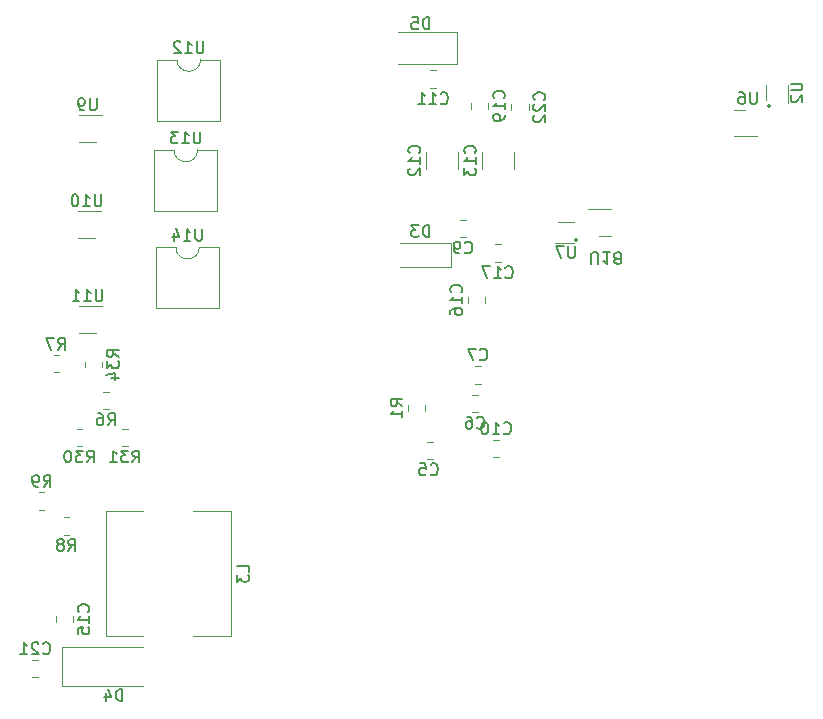
<source format=gbr>
%TF.GenerationSoftware,KiCad,Pcbnew,(6.0.2)*%
%TF.CreationDate,2022-04-11T01:59:28-07:00*%
%TF.ProjectId,schematic,73636865-6d61-4746-9963-2e6b69636164,rev?*%
%TF.SameCoordinates,Original*%
%TF.FileFunction,Legend,Bot*%
%TF.FilePolarity,Positive*%
%FSLAX46Y46*%
G04 Gerber Fmt 4.6, Leading zero omitted, Abs format (unit mm)*
G04 Created by KiCad (PCBNEW (6.0.2)) date 2022-04-11 01:59:28*
%MOMM*%
%LPD*%
G01*
G04 APERTURE LIST*
%ADD10C,0.150000*%
%ADD11C,0.120000*%
%ADD12C,0.300000*%
G04 APERTURE END LIST*
D10*
%TO.C,U6*%
X163017104Y-53173380D02*
X163017104Y-53982904D01*
X162969485Y-54078142D01*
X162921866Y-54125761D01*
X162826628Y-54173380D01*
X162636152Y-54173380D01*
X162540914Y-54125761D01*
X162493295Y-54078142D01*
X162445676Y-53982904D01*
X162445676Y-53173380D01*
X161540914Y-53173380D02*
X161731390Y-53173380D01*
X161826628Y-53221000D01*
X161874247Y-53268619D01*
X161969485Y-53411476D01*
X162017104Y-53601952D01*
X162017104Y-53982904D01*
X161969485Y-54078142D01*
X161921866Y-54125761D01*
X161826628Y-54173380D01*
X161636152Y-54173380D01*
X161540914Y-54125761D01*
X161493295Y-54078142D01*
X161445676Y-53982904D01*
X161445676Y-53744809D01*
X161493295Y-53649571D01*
X161540914Y-53601952D01*
X161636152Y-53554333D01*
X161826628Y-53554333D01*
X161921866Y-53601952D01*
X161969485Y-53649571D01*
X162017104Y-53744809D01*
%TO.C,U2*%
X165871380Y-52451095D02*
X166680904Y-52451095D01*
X166776142Y-52498714D01*
X166823761Y-52546333D01*
X166871380Y-52641571D01*
X166871380Y-52832047D01*
X166823761Y-52927285D01*
X166776142Y-52974904D01*
X166680904Y-53022523D01*
X165871380Y-53022523D01*
X165966619Y-53451095D02*
X165919000Y-53498714D01*
X165871380Y-53593952D01*
X165871380Y-53832047D01*
X165919000Y-53927285D01*
X165966619Y-53974904D01*
X166061857Y-54022523D01*
X166157095Y-54022523D01*
X166299952Y-53974904D01*
X166871380Y-53403476D01*
X166871380Y-54022523D01*
%TO.C,U7*%
X147610504Y-66209780D02*
X147610504Y-67019304D01*
X147562885Y-67114542D01*
X147515266Y-67162161D01*
X147420028Y-67209780D01*
X147229552Y-67209780D01*
X147134314Y-67162161D01*
X147086695Y-67114542D01*
X147039076Y-67019304D01*
X147039076Y-66209780D01*
X146658123Y-66209780D02*
X145991457Y-66209780D01*
X146420028Y-67209780D01*
%TO.C,D5*%
X135284095Y-47860380D02*
X135284095Y-46860380D01*
X135046000Y-46860380D01*
X134903142Y-46908000D01*
X134807904Y-47003238D01*
X134760285Y-47098476D01*
X134712666Y-47288952D01*
X134712666Y-47431809D01*
X134760285Y-47622285D01*
X134807904Y-47717523D01*
X134903142Y-47812761D01*
X135046000Y-47860380D01*
X135284095Y-47860380D01*
X133807904Y-46860380D02*
X134284095Y-46860380D01*
X134331714Y-47336571D01*
X134284095Y-47288952D01*
X134188857Y-47241333D01*
X133950761Y-47241333D01*
X133855523Y-47288952D01*
X133807904Y-47336571D01*
X133760285Y-47431809D01*
X133760285Y-47669904D01*
X133807904Y-47765142D01*
X133855523Y-47812761D01*
X133950761Y-47860380D01*
X134188857Y-47860380D01*
X134284095Y-47812761D01*
X134331714Y-47765142D01*
%TO.C,R34*%
X108979180Y-75592542D02*
X108502990Y-75259209D01*
X108979180Y-75021114D02*
X107979180Y-75021114D01*
X107979180Y-75402066D01*
X108026800Y-75497304D01*
X108074419Y-75544923D01*
X108169657Y-75592542D01*
X108312514Y-75592542D01*
X108407752Y-75544923D01*
X108455371Y-75497304D01*
X108502990Y-75402066D01*
X108502990Y-75021114D01*
X107979180Y-75925876D02*
X107979180Y-76544923D01*
X108360133Y-76211590D01*
X108360133Y-76354447D01*
X108407752Y-76449685D01*
X108455371Y-76497304D01*
X108550609Y-76544923D01*
X108788704Y-76544923D01*
X108883942Y-76497304D01*
X108931561Y-76449685D01*
X108979180Y-76354447D01*
X108979180Y-76068733D01*
X108931561Y-75973495D01*
X108883942Y-75925876D01*
X108312514Y-77402066D02*
X108979180Y-77402066D01*
X107931561Y-77163971D02*
X108645847Y-76925876D01*
X108645847Y-77544923D01*
%TO.C,D4*%
X109297695Y-104730180D02*
X109297695Y-103730180D01*
X109059600Y-103730180D01*
X108916742Y-103777800D01*
X108821504Y-103873038D01*
X108773885Y-103968276D01*
X108726266Y-104158752D01*
X108726266Y-104301609D01*
X108773885Y-104492085D01*
X108821504Y-104587323D01*
X108916742Y-104682561D01*
X109059600Y-104730180D01*
X109297695Y-104730180D01*
X107869123Y-104063514D02*
X107869123Y-104730180D01*
X108107219Y-103682561D02*
X108345314Y-104396847D01*
X107726266Y-104396847D01*
%TO.C,D3*%
X135278095Y-65447380D02*
X135278095Y-64447380D01*
X135040000Y-64447380D01*
X134897142Y-64495000D01*
X134801904Y-64590238D01*
X134754285Y-64685476D01*
X134706666Y-64875952D01*
X134706666Y-65018809D01*
X134754285Y-65209285D01*
X134801904Y-65304523D01*
X134897142Y-65399761D01*
X135040000Y-65447380D01*
X135278095Y-65447380D01*
X134373333Y-64447380D02*
X133754285Y-64447380D01*
X134087619Y-64828333D01*
X133944761Y-64828333D01*
X133849523Y-64875952D01*
X133801904Y-64923571D01*
X133754285Y-65018809D01*
X133754285Y-65256904D01*
X133801904Y-65352142D01*
X133849523Y-65399761D01*
X133944761Y-65447380D01*
X134230476Y-65447380D01*
X134325714Y-65399761D01*
X134373333Y-65352142D01*
%TO.C,U14*%
X116055095Y-64748780D02*
X116055095Y-65558304D01*
X116007476Y-65653542D01*
X115959857Y-65701161D01*
X115864619Y-65748780D01*
X115674142Y-65748780D01*
X115578904Y-65701161D01*
X115531285Y-65653542D01*
X115483666Y-65558304D01*
X115483666Y-64748780D01*
X114483666Y-65748780D02*
X115055095Y-65748780D01*
X114769380Y-65748780D02*
X114769380Y-64748780D01*
X114864619Y-64891638D01*
X114959857Y-64986876D01*
X115055095Y-65034495D01*
X113626523Y-65082114D02*
X113626523Y-65748780D01*
X113864619Y-64701161D02*
X114102714Y-65415447D01*
X113483666Y-65415447D01*
%TO.C,R9*%
X102630266Y-86610180D02*
X102963600Y-86133990D01*
X103201695Y-86610180D02*
X103201695Y-85610180D01*
X102820742Y-85610180D01*
X102725504Y-85657800D01*
X102677885Y-85705419D01*
X102630266Y-85800657D01*
X102630266Y-85943514D01*
X102677885Y-86038752D01*
X102725504Y-86086371D01*
X102820742Y-86133990D01*
X103201695Y-86133990D01*
X102154076Y-86610180D02*
X101963600Y-86610180D01*
X101868361Y-86562561D01*
X101820742Y-86514942D01*
X101725504Y-86372085D01*
X101677885Y-86181609D01*
X101677885Y-85800657D01*
X101725504Y-85705419D01*
X101773123Y-85657800D01*
X101868361Y-85610180D01*
X102058838Y-85610180D01*
X102154076Y-85657800D01*
X102201695Y-85705419D01*
X102249314Y-85800657D01*
X102249314Y-86038752D01*
X102201695Y-86133990D01*
X102154076Y-86181609D01*
X102058838Y-86229228D01*
X101868361Y-86229228D01*
X101773123Y-86181609D01*
X101725504Y-86133990D01*
X101677885Y-86038752D01*
%TO.C,C17*%
X141728357Y-68844142D02*
X141775976Y-68891761D01*
X141918833Y-68939380D01*
X142014071Y-68939380D01*
X142156928Y-68891761D01*
X142252166Y-68796523D01*
X142299785Y-68701285D01*
X142347404Y-68510809D01*
X142347404Y-68367952D01*
X142299785Y-68177476D01*
X142252166Y-68082238D01*
X142156928Y-67987000D01*
X142014071Y-67939380D01*
X141918833Y-67939380D01*
X141775976Y-67987000D01*
X141728357Y-68034619D01*
X140775976Y-68939380D02*
X141347404Y-68939380D01*
X141061690Y-68939380D02*
X141061690Y-67939380D01*
X141156928Y-68082238D01*
X141252166Y-68177476D01*
X141347404Y-68225095D01*
X140442642Y-67939380D02*
X139775976Y-67939380D01*
X140204547Y-68939380D01*
%TO.C,C6*%
X139300166Y-81571142D02*
X139347785Y-81618761D01*
X139490642Y-81666380D01*
X139585880Y-81666380D01*
X139728738Y-81618761D01*
X139823976Y-81523523D01*
X139871595Y-81428285D01*
X139919214Y-81237809D01*
X139919214Y-81094952D01*
X139871595Y-80904476D01*
X139823976Y-80809238D01*
X139728738Y-80714000D01*
X139585880Y-80666380D01*
X139490642Y-80666380D01*
X139347785Y-80714000D01*
X139300166Y-80761619D01*
X138443023Y-80666380D02*
X138633500Y-80666380D01*
X138728738Y-80714000D01*
X138776357Y-80761619D01*
X138871595Y-80904476D01*
X138919214Y-81094952D01*
X138919214Y-81475904D01*
X138871595Y-81571142D01*
X138823976Y-81618761D01*
X138728738Y-81666380D01*
X138538261Y-81666380D01*
X138443023Y-81618761D01*
X138395404Y-81571142D01*
X138347785Y-81475904D01*
X138347785Y-81237809D01*
X138395404Y-81142571D01*
X138443023Y-81094952D01*
X138538261Y-81047333D01*
X138728738Y-81047333D01*
X138823976Y-81094952D01*
X138871595Y-81142571D01*
X138919214Y-81237809D01*
%TO.C,U18*%
X149002904Y-67730619D02*
X149002904Y-66921095D01*
X149050523Y-66825857D01*
X149098142Y-66778238D01*
X149193380Y-66730619D01*
X149383857Y-66730619D01*
X149479095Y-66778238D01*
X149526714Y-66825857D01*
X149574333Y-66921095D01*
X149574333Y-67730619D01*
X150574333Y-66730619D02*
X150002904Y-66730619D01*
X150288619Y-66730619D02*
X150288619Y-67730619D01*
X150193380Y-67587761D01*
X150098142Y-67492523D01*
X150002904Y-67444904D01*
X151145761Y-67302047D02*
X151050523Y-67349666D01*
X151002904Y-67397285D01*
X150955285Y-67492523D01*
X150955285Y-67540142D01*
X151002904Y-67635380D01*
X151050523Y-67683000D01*
X151145761Y-67730619D01*
X151336238Y-67730619D01*
X151431476Y-67683000D01*
X151479095Y-67635380D01*
X151526714Y-67540142D01*
X151526714Y-67492523D01*
X151479095Y-67397285D01*
X151431476Y-67349666D01*
X151336238Y-67302047D01*
X151145761Y-67302047D01*
X151050523Y-67254428D01*
X151002904Y-67206809D01*
X150955285Y-67111571D01*
X150955285Y-66921095D01*
X151002904Y-66825857D01*
X151050523Y-66778238D01*
X151145761Y-66730619D01*
X151336238Y-66730619D01*
X151431476Y-66778238D01*
X151479095Y-66825857D01*
X151526714Y-66921095D01*
X151526714Y-67111571D01*
X151479095Y-67206809D01*
X151431476Y-67254428D01*
X151336238Y-67302047D01*
%TO.C,C5*%
X135384666Y-85520142D02*
X135432285Y-85567761D01*
X135575142Y-85615380D01*
X135670380Y-85615380D01*
X135813238Y-85567761D01*
X135908476Y-85472523D01*
X135956095Y-85377285D01*
X136003714Y-85186809D01*
X136003714Y-85043952D01*
X135956095Y-84853476D01*
X135908476Y-84758238D01*
X135813238Y-84663000D01*
X135670380Y-84615380D01*
X135575142Y-84615380D01*
X135432285Y-84663000D01*
X135384666Y-84710619D01*
X134479904Y-84615380D02*
X134956095Y-84615380D01*
X135003714Y-85091571D01*
X134956095Y-85043952D01*
X134860857Y-84996333D01*
X134622761Y-84996333D01*
X134527523Y-85043952D01*
X134479904Y-85091571D01*
X134432285Y-85186809D01*
X134432285Y-85424904D01*
X134479904Y-85520142D01*
X134527523Y-85567761D01*
X134622761Y-85615380D01*
X134860857Y-85615380D01*
X134956095Y-85567761D01*
X135003714Y-85520142D01*
%TO.C,C15*%
X106405742Y-97172542D02*
X106453361Y-97124923D01*
X106500980Y-96982066D01*
X106500980Y-96886828D01*
X106453361Y-96743971D01*
X106358123Y-96648733D01*
X106262885Y-96601114D01*
X106072409Y-96553495D01*
X105929552Y-96553495D01*
X105739076Y-96601114D01*
X105643838Y-96648733D01*
X105548600Y-96743971D01*
X105500980Y-96886828D01*
X105500980Y-96982066D01*
X105548600Y-97124923D01*
X105596219Y-97172542D01*
X106500980Y-98124923D02*
X106500980Y-97553495D01*
X106500980Y-97839209D02*
X105500980Y-97839209D01*
X105643838Y-97743971D01*
X105739076Y-97648733D01*
X105786695Y-97553495D01*
X105500980Y-99029685D02*
X105500980Y-98553495D01*
X105977171Y-98505876D01*
X105929552Y-98553495D01*
X105881933Y-98648733D01*
X105881933Y-98886828D01*
X105929552Y-98982066D01*
X105977171Y-99029685D01*
X106072409Y-99077304D01*
X106310504Y-99077304D01*
X106405742Y-99029685D01*
X106453361Y-98982066D01*
X106500980Y-98886828D01*
X106500980Y-98648733D01*
X106453361Y-98553495D01*
X106405742Y-98505876D01*
%TO.C,C10*%
X141591357Y-82039942D02*
X141638976Y-82087561D01*
X141781833Y-82135180D01*
X141877071Y-82135180D01*
X142019928Y-82087561D01*
X142115166Y-81992323D01*
X142162785Y-81897085D01*
X142210404Y-81706609D01*
X142210404Y-81563752D01*
X142162785Y-81373276D01*
X142115166Y-81278038D01*
X142019928Y-81182800D01*
X141877071Y-81135180D01*
X141781833Y-81135180D01*
X141638976Y-81182800D01*
X141591357Y-81230419D01*
X140638976Y-82135180D02*
X141210404Y-82135180D01*
X140924690Y-82135180D02*
X140924690Y-81135180D01*
X141019928Y-81278038D01*
X141115166Y-81373276D01*
X141210404Y-81420895D01*
X140019928Y-81135180D02*
X139924690Y-81135180D01*
X139829452Y-81182800D01*
X139781833Y-81230419D01*
X139734214Y-81325657D01*
X139686595Y-81516133D01*
X139686595Y-81754228D01*
X139734214Y-81944704D01*
X139781833Y-82039942D01*
X139829452Y-82087561D01*
X139924690Y-82135180D01*
X140019928Y-82135180D01*
X140115166Y-82087561D01*
X140162785Y-82039942D01*
X140210404Y-81944704D01*
X140258023Y-81754228D01*
X140258023Y-81516133D01*
X140210404Y-81325657D01*
X140162785Y-81230419D01*
X140115166Y-81182800D01*
X140019928Y-81135180D01*
%TO.C,C19*%
X141577142Y-53696642D02*
X141624761Y-53649023D01*
X141672380Y-53506166D01*
X141672380Y-53410928D01*
X141624761Y-53268071D01*
X141529523Y-53172833D01*
X141434285Y-53125214D01*
X141243809Y-53077595D01*
X141100952Y-53077595D01*
X140910476Y-53125214D01*
X140815238Y-53172833D01*
X140720000Y-53268071D01*
X140672380Y-53410928D01*
X140672380Y-53506166D01*
X140720000Y-53649023D01*
X140767619Y-53696642D01*
X141672380Y-54649023D02*
X141672380Y-54077595D01*
X141672380Y-54363309D02*
X140672380Y-54363309D01*
X140815238Y-54268071D01*
X140910476Y-54172833D01*
X140958095Y-54077595D01*
X141672380Y-55125214D02*
X141672380Y-55315690D01*
X141624761Y-55410928D01*
X141577142Y-55458547D01*
X141434285Y-55553785D01*
X141243809Y-55601404D01*
X140862857Y-55601404D01*
X140767619Y-55553785D01*
X140720000Y-55506166D01*
X140672380Y-55410928D01*
X140672380Y-55220452D01*
X140720000Y-55125214D01*
X140767619Y-55077595D01*
X140862857Y-55029976D01*
X141100952Y-55029976D01*
X141196190Y-55077595D01*
X141243809Y-55125214D01*
X141291428Y-55220452D01*
X141291428Y-55410928D01*
X141243809Y-55506166D01*
X141196190Y-55553785D01*
X141100952Y-55601404D01*
%TO.C,U10*%
X107514495Y-61847580D02*
X107514495Y-62657104D01*
X107466876Y-62752342D01*
X107419257Y-62799961D01*
X107324019Y-62847580D01*
X107133542Y-62847580D01*
X107038304Y-62799961D01*
X106990685Y-62752342D01*
X106943066Y-62657104D01*
X106943066Y-61847580D01*
X105943066Y-62847580D02*
X106514495Y-62847580D01*
X106228780Y-62847580D02*
X106228780Y-61847580D01*
X106324019Y-61990438D01*
X106419257Y-62085676D01*
X106514495Y-62133295D01*
X105324019Y-61847580D02*
X105228780Y-61847580D01*
X105133542Y-61895200D01*
X105085923Y-61942819D01*
X105038304Y-62038057D01*
X104990685Y-62228533D01*
X104990685Y-62466628D01*
X105038304Y-62657104D01*
X105085923Y-62752342D01*
X105133542Y-62799961D01*
X105228780Y-62847580D01*
X105324019Y-62847580D01*
X105419257Y-62799961D01*
X105466876Y-62752342D01*
X105514495Y-62657104D01*
X105562114Y-62466628D01*
X105562114Y-62228533D01*
X105514495Y-62038057D01*
X105466876Y-61942819D01*
X105419257Y-61895200D01*
X105324019Y-61847580D01*
%TO.C,U11*%
X107597695Y-69873980D02*
X107597695Y-70683504D01*
X107550076Y-70778742D01*
X107502457Y-70826361D01*
X107407219Y-70873980D01*
X107216742Y-70873980D01*
X107121504Y-70826361D01*
X107073885Y-70778742D01*
X107026266Y-70683504D01*
X107026266Y-69873980D01*
X106026266Y-70873980D02*
X106597695Y-70873980D01*
X106311980Y-70873980D02*
X106311980Y-69873980D01*
X106407219Y-70016838D01*
X106502457Y-70112076D01*
X106597695Y-70159695D01*
X105073885Y-70873980D02*
X105645314Y-70873980D01*
X105359600Y-70873980D02*
X105359600Y-69873980D01*
X105454838Y-70016838D01*
X105550076Y-70112076D01*
X105645314Y-70159695D01*
%TO.C,C11*%
X136245857Y-54112142D02*
X136293476Y-54159761D01*
X136436333Y-54207380D01*
X136531571Y-54207380D01*
X136674428Y-54159761D01*
X136769666Y-54064523D01*
X136817285Y-53969285D01*
X136864904Y-53778809D01*
X136864904Y-53635952D01*
X136817285Y-53445476D01*
X136769666Y-53350238D01*
X136674428Y-53255000D01*
X136531571Y-53207380D01*
X136436333Y-53207380D01*
X136293476Y-53255000D01*
X136245857Y-53302619D01*
X135293476Y-54207380D02*
X135864904Y-54207380D01*
X135579190Y-54207380D02*
X135579190Y-53207380D01*
X135674428Y-53350238D01*
X135769666Y-53445476D01*
X135864904Y-53493095D01*
X134341095Y-54207380D02*
X134912523Y-54207380D01*
X134626809Y-54207380D02*
X134626809Y-53207380D01*
X134722047Y-53350238D01*
X134817285Y-53445476D01*
X134912523Y-53493095D01*
%TO.C,R8*%
X104713066Y-92018380D02*
X105046400Y-91542190D01*
X105284495Y-92018380D02*
X105284495Y-91018380D01*
X104903542Y-91018380D01*
X104808304Y-91066000D01*
X104760685Y-91113619D01*
X104713066Y-91208857D01*
X104713066Y-91351714D01*
X104760685Y-91446952D01*
X104808304Y-91494571D01*
X104903542Y-91542190D01*
X105284495Y-91542190D01*
X104141638Y-91446952D02*
X104236876Y-91399333D01*
X104284495Y-91351714D01*
X104332114Y-91256476D01*
X104332114Y-91208857D01*
X104284495Y-91113619D01*
X104236876Y-91066000D01*
X104141638Y-91018380D01*
X103951161Y-91018380D01*
X103855923Y-91066000D01*
X103808304Y-91113619D01*
X103760685Y-91208857D01*
X103760685Y-91256476D01*
X103808304Y-91351714D01*
X103855923Y-91399333D01*
X103951161Y-91446952D01*
X104141638Y-91446952D01*
X104236876Y-91494571D01*
X104284495Y-91542190D01*
X104332114Y-91637428D01*
X104332114Y-91827904D01*
X104284495Y-91923142D01*
X104236876Y-91970761D01*
X104141638Y-92018380D01*
X103951161Y-92018380D01*
X103855923Y-91970761D01*
X103808304Y-91923142D01*
X103760685Y-91827904D01*
X103760685Y-91637428D01*
X103808304Y-91542190D01*
X103855923Y-91494571D01*
X103951161Y-91446952D01*
%TO.C,R7*%
X103859066Y-74977580D02*
X104192400Y-74501390D01*
X104430495Y-74977580D02*
X104430495Y-73977580D01*
X104049542Y-73977580D01*
X103954304Y-74025200D01*
X103906685Y-74072819D01*
X103859066Y-74168057D01*
X103859066Y-74310914D01*
X103906685Y-74406152D01*
X103954304Y-74453771D01*
X104049542Y-74501390D01*
X104430495Y-74501390D01*
X103525733Y-73977580D02*
X102859066Y-73977580D01*
X103287638Y-74977580D01*
%TO.C,C9*%
X138284166Y-66746142D02*
X138331785Y-66793761D01*
X138474642Y-66841380D01*
X138569880Y-66841380D01*
X138712738Y-66793761D01*
X138807976Y-66698523D01*
X138855595Y-66603285D01*
X138903214Y-66412809D01*
X138903214Y-66269952D01*
X138855595Y-66079476D01*
X138807976Y-65984238D01*
X138712738Y-65889000D01*
X138569880Y-65841380D01*
X138474642Y-65841380D01*
X138331785Y-65889000D01*
X138284166Y-65936619D01*
X137807976Y-66841380D02*
X137617500Y-66841380D01*
X137522261Y-66793761D01*
X137474642Y-66746142D01*
X137379404Y-66603285D01*
X137331785Y-66412809D01*
X137331785Y-66031857D01*
X137379404Y-65936619D01*
X137427023Y-65889000D01*
X137522261Y-65841380D01*
X137712738Y-65841380D01*
X137807976Y-65889000D01*
X137855595Y-65936619D01*
X137903214Y-66031857D01*
X137903214Y-66269952D01*
X137855595Y-66365190D01*
X137807976Y-66412809D01*
X137712738Y-66460428D01*
X137522261Y-66460428D01*
X137427023Y-66412809D01*
X137379404Y-66365190D01*
X137331785Y-66269952D01*
%TO.C,C12*%
X134422142Y-58328642D02*
X134469761Y-58281023D01*
X134517380Y-58138166D01*
X134517380Y-58042928D01*
X134469761Y-57900071D01*
X134374523Y-57804833D01*
X134279285Y-57757214D01*
X134088809Y-57709595D01*
X133945952Y-57709595D01*
X133755476Y-57757214D01*
X133660238Y-57804833D01*
X133565000Y-57900071D01*
X133517380Y-58042928D01*
X133517380Y-58138166D01*
X133565000Y-58281023D01*
X133612619Y-58328642D01*
X134517380Y-59281023D02*
X134517380Y-58709595D01*
X134517380Y-58995309D02*
X133517380Y-58995309D01*
X133660238Y-58900071D01*
X133755476Y-58804833D01*
X133803095Y-58709595D01*
X133612619Y-59661976D02*
X133565000Y-59709595D01*
X133517380Y-59804833D01*
X133517380Y-60042928D01*
X133565000Y-60138166D01*
X133612619Y-60185785D01*
X133707857Y-60233404D01*
X133803095Y-60233404D01*
X133945952Y-60185785D01*
X134517380Y-59614357D01*
X134517380Y-60233404D01*
%TO.C,R1*%
X133004380Y-79773333D02*
X132528190Y-79440000D01*
X133004380Y-79201904D02*
X132004380Y-79201904D01*
X132004380Y-79582857D01*
X132052000Y-79678095D01*
X132099619Y-79725714D01*
X132194857Y-79773333D01*
X132337714Y-79773333D01*
X132432952Y-79725714D01*
X132480571Y-79678095D01*
X132528190Y-79582857D01*
X132528190Y-79201904D01*
X133004380Y-80725714D02*
X133004380Y-80154285D01*
X133004380Y-80440000D02*
X132004380Y-80440000D01*
X132147238Y-80344761D01*
X132242476Y-80249523D01*
X132290095Y-80154285D01*
%TO.C,U9*%
X107105304Y-53704580D02*
X107105304Y-54514104D01*
X107057685Y-54609342D01*
X107010066Y-54656961D01*
X106914828Y-54704580D01*
X106724352Y-54704580D01*
X106629114Y-54656961D01*
X106581495Y-54609342D01*
X106533876Y-54514104D01*
X106533876Y-53704580D01*
X106010066Y-54704580D02*
X105819590Y-54704580D01*
X105724352Y-54656961D01*
X105676733Y-54609342D01*
X105581495Y-54466485D01*
X105533876Y-54276009D01*
X105533876Y-53895057D01*
X105581495Y-53799819D01*
X105629114Y-53752200D01*
X105724352Y-53704580D01*
X105914828Y-53704580D01*
X106010066Y-53752200D01*
X106057685Y-53799819D01*
X106105304Y-53895057D01*
X106105304Y-54133152D01*
X106057685Y-54228390D01*
X106010066Y-54276009D01*
X105914828Y-54323628D01*
X105724352Y-54323628D01*
X105629114Y-54276009D01*
X105581495Y-54228390D01*
X105533876Y-54133152D01*
%TO.C,C7*%
X139554166Y-75798142D02*
X139601785Y-75845761D01*
X139744642Y-75893380D01*
X139839880Y-75893380D01*
X139982738Y-75845761D01*
X140077976Y-75750523D01*
X140125595Y-75655285D01*
X140173214Y-75464809D01*
X140173214Y-75321952D01*
X140125595Y-75131476D01*
X140077976Y-75036238D01*
X139982738Y-74941000D01*
X139839880Y-74893380D01*
X139744642Y-74893380D01*
X139601785Y-74941000D01*
X139554166Y-74988619D01*
X139220833Y-74893380D02*
X138554166Y-74893380D01*
X138982738Y-75893380D01*
%TO.C,C22*%
X145006142Y-53823642D02*
X145053761Y-53776023D01*
X145101380Y-53633166D01*
X145101380Y-53537928D01*
X145053761Y-53395071D01*
X144958523Y-53299833D01*
X144863285Y-53252214D01*
X144672809Y-53204595D01*
X144529952Y-53204595D01*
X144339476Y-53252214D01*
X144244238Y-53299833D01*
X144149000Y-53395071D01*
X144101380Y-53537928D01*
X144101380Y-53633166D01*
X144149000Y-53776023D01*
X144196619Y-53823642D01*
X144196619Y-54204595D02*
X144149000Y-54252214D01*
X144101380Y-54347452D01*
X144101380Y-54585547D01*
X144149000Y-54680785D01*
X144196619Y-54728404D01*
X144291857Y-54776023D01*
X144387095Y-54776023D01*
X144529952Y-54728404D01*
X145101380Y-54156976D01*
X145101380Y-54776023D01*
X144196619Y-55156976D02*
X144149000Y-55204595D01*
X144101380Y-55299833D01*
X144101380Y-55537928D01*
X144149000Y-55633166D01*
X144196619Y-55680785D01*
X144291857Y-55728404D01*
X144387095Y-55728404D01*
X144529952Y-55680785D01*
X145101380Y-55109357D01*
X145101380Y-55728404D01*
%TO.C,C13*%
X139121142Y-58328642D02*
X139168761Y-58281023D01*
X139216380Y-58138166D01*
X139216380Y-58042928D01*
X139168761Y-57900071D01*
X139073523Y-57804833D01*
X138978285Y-57757214D01*
X138787809Y-57709595D01*
X138644952Y-57709595D01*
X138454476Y-57757214D01*
X138359238Y-57804833D01*
X138264000Y-57900071D01*
X138216380Y-58042928D01*
X138216380Y-58138166D01*
X138264000Y-58281023D01*
X138311619Y-58328642D01*
X139216380Y-59281023D02*
X139216380Y-58709595D01*
X139216380Y-58995309D02*
X138216380Y-58995309D01*
X138359238Y-58900071D01*
X138454476Y-58804833D01*
X138502095Y-58709595D01*
X138216380Y-59614357D02*
X138216380Y-60233404D01*
X138597333Y-59900071D01*
X138597333Y-60042928D01*
X138644952Y-60138166D01*
X138692571Y-60185785D01*
X138787809Y-60233404D01*
X139025904Y-60233404D01*
X139121142Y-60185785D01*
X139168761Y-60138166D01*
X139216380Y-60042928D01*
X139216380Y-59757214D01*
X139168761Y-59661976D01*
X139121142Y-59614357D01*
%TO.C,R30*%
X106291057Y-84525980D02*
X106624390Y-84049790D01*
X106862485Y-84525980D02*
X106862485Y-83525980D01*
X106481533Y-83525980D01*
X106386295Y-83573600D01*
X106338676Y-83621219D01*
X106291057Y-83716457D01*
X106291057Y-83859314D01*
X106338676Y-83954552D01*
X106386295Y-84002171D01*
X106481533Y-84049790D01*
X106862485Y-84049790D01*
X105957723Y-83525980D02*
X105338676Y-83525980D01*
X105672009Y-83906933D01*
X105529152Y-83906933D01*
X105433914Y-83954552D01*
X105386295Y-84002171D01*
X105338676Y-84097409D01*
X105338676Y-84335504D01*
X105386295Y-84430742D01*
X105433914Y-84478361D01*
X105529152Y-84525980D01*
X105814866Y-84525980D01*
X105910104Y-84478361D01*
X105957723Y-84430742D01*
X104719628Y-83525980D02*
X104624390Y-83525980D01*
X104529152Y-83573600D01*
X104481533Y-83621219D01*
X104433914Y-83716457D01*
X104386295Y-83906933D01*
X104386295Y-84145028D01*
X104433914Y-84335504D01*
X104481533Y-84430742D01*
X104529152Y-84478361D01*
X104624390Y-84525980D01*
X104719628Y-84525980D01*
X104814866Y-84478361D01*
X104862485Y-84430742D01*
X104910104Y-84335504D01*
X104957723Y-84145028D01*
X104957723Y-83906933D01*
X104910104Y-83716457D01*
X104862485Y-83621219D01*
X104814866Y-83573600D01*
X104719628Y-83525980D01*
%TO.C,C16*%
X137963142Y-70122642D02*
X138010761Y-70075023D01*
X138058380Y-69932166D01*
X138058380Y-69836928D01*
X138010761Y-69694071D01*
X137915523Y-69598833D01*
X137820285Y-69551214D01*
X137629809Y-69503595D01*
X137486952Y-69503595D01*
X137296476Y-69551214D01*
X137201238Y-69598833D01*
X137106000Y-69694071D01*
X137058380Y-69836928D01*
X137058380Y-69932166D01*
X137106000Y-70075023D01*
X137153619Y-70122642D01*
X138058380Y-71075023D02*
X138058380Y-70503595D01*
X138058380Y-70789309D02*
X137058380Y-70789309D01*
X137201238Y-70694071D01*
X137296476Y-70598833D01*
X137344095Y-70503595D01*
X137058380Y-71932166D02*
X137058380Y-71741690D01*
X137106000Y-71646452D01*
X137153619Y-71598833D01*
X137296476Y-71503595D01*
X137486952Y-71455976D01*
X137867904Y-71455976D01*
X137963142Y-71503595D01*
X138010761Y-71551214D01*
X138058380Y-71646452D01*
X138058380Y-71836928D01*
X138010761Y-71932166D01*
X137963142Y-71979785D01*
X137867904Y-72027404D01*
X137629809Y-72027404D01*
X137534571Y-71979785D01*
X137486952Y-71932166D01*
X137439333Y-71836928D01*
X137439333Y-71646452D01*
X137486952Y-71551214D01*
X137534571Y-71503595D01*
X137629809Y-71455976D01*
%TO.C,U12*%
X116156695Y-48873780D02*
X116156695Y-49683304D01*
X116109076Y-49778542D01*
X116061457Y-49826161D01*
X115966219Y-49873780D01*
X115775742Y-49873780D01*
X115680504Y-49826161D01*
X115632885Y-49778542D01*
X115585266Y-49683304D01*
X115585266Y-48873780D01*
X114585266Y-49873780D02*
X115156695Y-49873780D01*
X114870980Y-49873780D02*
X114870980Y-48873780D01*
X114966219Y-49016638D01*
X115061457Y-49111876D01*
X115156695Y-49159495D01*
X114204314Y-48969019D02*
X114156695Y-48921400D01*
X114061457Y-48873780D01*
X113823361Y-48873780D01*
X113728123Y-48921400D01*
X113680504Y-48969019D01*
X113632885Y-49064257D01*
X113632885Y-49159495D01*
X113680504Y-49302352D01*
X114251933Y-49873780D01*
X113632885Y-49873780D01*
%TO.C,U13*%
X115902695Y-56519180D02*
X115902695Y-57328704D01*
X115855076Y-57423942D01*
X115807457Y-57471561D01*
X115712219Y-57519180D01*
X115521742Y-57519180D01*
X115426504Y-57471561D01*
X115378885Y-57423942D01*
X115331266Y-57328704D01*
X115331266Y-56519180D01*
X114331266Y-57519180D02*
X114902695Y-57519180D01*
X114616980Y-57519180D02*
X114616980Y-56519180D01*
X114712219Y-56662038D01*
X114807457Y-56757276D01*
X114902695Y-56804895D01*
X113997933Y-56519180D02*
X113378885Y-56519180D01*
X113712219Y-56900133D01*
X113569361Y-56900133D01*
X113474123Y-56947752D01*
X113426504Y-56995371D01*
X113378885Y-57090609D01*
X113378885Y-57328704D01*
X113426504Y-57423942D01*
X113474123Y-57471561D01*
X113569361Y-57519180D01*
X113855076Y-57519180D01*
X113950314Y-57471561D01*
X113997933Y-57423942D01*
%TO.C,C21*%
X102573057Y-100683542D02*
X102620676Y-100731161D01*
X102763533Y-100778780D01*
X102858771Y-100778780D01*
X103001628Y-100731161D01*
X103096866Y-100635923D01*
X103144485Y-100540685D01*
X103192104Y-100350209D01*
X103192104Y-100207352D01*
X103144485Y-100016876D01*
X103096866Y-99921638D01*
X103001628Y-99826400D01*
X102858771Y-99778780D01*
X102763533Y-99778780D01*
X102620676Y-99826400D01*
X102573057Y-99874019D01*
X102192104Y-99874019D02*
X102144485Y-99826400D01*
X102049247Y-99778780D01*
X101811152Y-99778780D01*
X101715914Y-99826400D01*
X101668295Y-99874019D01*
X101620676Y-99969257D01*
X101620676Y-100064495D01*
X101668295Y-100207352D01*
X102239723Y-100778780D01*
X101620676Y-100778780D01*
X100668295Y-100778780D02*
X101239723Y-100778780D01*
X100954009Y-100778780D02*
X100954009Y-99778780D01*
X101049247Y-99921638D01*
X101144485Y-100016876D01*
X101239723Y-100064495D01*
%TO.C,L3*%
X119984780Y-93787933D02*
X119984780Y-93311742D01*
X118984780Y-93311742D01*
X118984780Y-94026028D02*
X118984780Y-94645076D01*
X119365733Y-94311742D01*
X119365733Y-94454600D01*
X119413352Y-94549838D01*
X119460971Y-94597457D01*
X119556209Y-94645076D01*
X119794304Y-94645076D01*
X119889542Y-94597457D01*
X119937161Y-94549838D01*
X119984780Y-94454600D01*
X119984780Y-94168885D01*
X119937161Y-94073647D01*
X119889542Y-94026028D01*
%TO.C,R6*%
X108075466Y-81376380D02*
X108408800Y-80900190D01*
X108646895Y-81376380D02*
X108646895Y-80376380D01*
X108265942Y-80376380D01*
X108170704Y-80424000D01*
X108123085Y-80471619D01*
X108075466Y-80566857D01*
X108075466Y-80709714D01*
X108123085Y-80804952D01*
X108170704Y-80852571D01*
X108265942Y-80900190D01*
X108646895Y-80900190D01*
X107218323Y-80376380D02*
X107408800Y-80376380D01*
X107504038Y-80424000D01*
X107551657Y-80471619D01*
X107646895Y-80614476D01*
X107694514Y-80804952D01*
X107694514Y-81185904D01*
X107646895Y-81281142D01*
X107599276Y-81328761D01*
X107504038Y-81376380D01*
X107313561Y-81376380D01*
X107218323Y-81328761D01*
X107170704Y-81281142D01*
X107123085Y-81185904D01*
X107123085Y-80947809D01*
X107170704Y-80852571D01*
X107218323Y-80804952D01*
X107313561Y-80757333D01*
X107504038Y-80757333D01*
X107599276Y-80804952D01*
X107646895Y-80852571D01*
X107694514Y-80947809D01*
%TO.C,R31*%
X110145257Y-84525980D02*
X110478590Y-84049790D01*
X110716685Y-84525980D02*
X110716685Y-83525980D01*
X110335733Y-83525980D01*
X110240495Y-83573600D01*
X110192876Y-83621219D01*
X110145257Y-83716457D01*
X110145257Y-83859314D01*
X110192876Y-83954552D01*
X110240495Y-84002171D01*
X110335733Y-84049790D01*
X110716685Y-84049790D01*
X109811923Y-83525980D02*
X109192876Y-83525980D01*
X109526209Y-83906933D01*
X109383352Y-83906933D01*
X109288114Y-83954552D01*
X109240495Y-84002171D01*
X109192876Y-84097409D01*
X109192876Y-84335504D01*
X109240495Y-84430742D01*
X109288114Y-84478361D01*
X109383352Y-84525980D01*
X109669066Y-84525980D01*
X109764304Y-84478361D01*
X109811923Y-84430742D01*
X108240495Y-84525980D02*
X108811923Y-84525980D01*
X108526209Y-84525980D02*
X108526209Y-83525980D01*
X108621447Y-83668838D01*
X108716685Y-83764076D01*
X108811923Y-83811695D01*
D11*
%TO.C,U6*%
X164055200Y-54367400D02*
X164055200Y-54342000D01*
X162051800Y-54675000D02*
X161051800Y-54675000D01*
D12*
X164055200Y-54342000D02*
X164055200Y-54342000D01*
D11*
X164055200Y-54342000D02*
X164055200Y-54367400D01*
X164055200Y-54392800D02*
X164055200Y-54342000D01*
X163051800Y-56895000D02*
X161051800Y-56895000D01*
%TO.C,U2*%
X165619000Y-54113000D02*
X165619000Y-52563000D01*
X163819000Y-52563000D02*
X163819000Y-53863000D01*
%TO.C,U7*%
X147498600Y-64157400D02*
X146198600Y-64157400D01*
X145948600Y-65957400D02*
X147498600Y-65957400D01*
%TO.C,D5*%
X137626000Y-50768000D02*
X132646000Y-50768000D01*
X137626000Y-48048000D02*
X132646000Y-48048000D01*
X137626000Y-48048000D02*
X137626000Y-50768000D01*
%TO.C,R34*%
X107611800Y-76462464D02*
X107611800Y-76008336D01*
X106141800Y-76462464D02*
X106141800Y-76008336D01*
%TO.C,D4*%
X104159600Y-100127800D02*
X111059600Y-100127800D01*
X104159600Y-103427800D02*
X111059600Y-103427800D01*
X104159600Y-103427800D02*
X104159600Y-100127800D01*
%TO.C,D3*%
X137090000Y-65995000D02*
X137090000Y-67995000D01*
X132790000Y-65995000D02*
X137090000Y-65995000D01*
X137090000Y-67995000D02*
X132790000Y-67995000D01*
%TO.C,U14*%
X112167000Y-71496400D02*
X112167000Y-66296400D01*
X115817000Y-66296400D02*
X117467000Y-66296400D01*
X117467000Y-71496400D02*
X112167000Y-71496400D01*
X112167000Y-66296400D02*
X113817000Y-66296400D01*
X117467000Y-66296400D02*
X117467000Y-71496400D01*
X113817000Y-66296400D02*
G75*
G03*
X115817000Y-66296400I1000000J0D01*
G01*
%TO.C,R9*%
X102690664Y-88542800D02*
X102236536Y-88542800D01*
X102690664Y-87072800D02*
X102236536Y-87072800D01*
%TO.C,C17*%
X140824248Y-67542000D02*
X141346752Y-67542000D01*
X140824248Y-66072000D02*
X141346752Y-66072000D01*
%TO.C,C6*%
X138872248Y-78799000D02*
X139394752Y-78799000D01*
X138872248Y-80269000D02*
X139394752Y-80269000D01*
%TO.C,U18*%
X149679000Y-65326000D02*
X150679000Y-65326000D01*
X148679000Y-63106000D02*
X150679000Y-63106000D01*
X147675600Y-65659000D02*
X147675600Y-65633600D01*
X147675600Y-65633600D02*
X147675600Y-65659000D01*
D12*
X147675600Y-65659000D02*
X147675600Y-65659000D01*
D11*
X147675600Y-65608200D02*
X147675600Y-65659000D01*
%TO.C,C5*%
X135584752Y-82777000D02*
X135062248Y-82777000D01*
X135584752Y-84247000D02*
X135062248Y-84247000D01*
%TO.C,C15*%
X105103600Y-98076652D02*
X105103600Y-97554148D01*
X103633600Y-98076652D02*
X103633600Y-97554148D01*
%TO.C,C10*%
X141209752Y-82627800D02*
X140687248Y-82627800D01*
X141209752Y-84097800D02*
X140687248Y-84097800D01*
%TO.C,C19*%
X140275000Y-54600752D02*
X140275000Y-54078248D01*
X138805000Y-54600752D02*
X138805000Y-54078248D01*
%TO.C,U10*%
X106976400Y-65555200D02*
X105576400Y-65555200D01*
X105576400Y-63235200D02*
X107476400Y-63235200D01*
%TO.C,U11*%
X105659600Y-71261600D02*
X107559600Y-71261600D01*
X107059600Y-73581600D02*
X105659600Y-73581600D01*
%TO.C,C11*%
X135341748Y-51340000D02*
X135864252Y-51340000D01*
X135341748Y-52810000D02*
X135864252Y-52810000D01*
%TO.C,R8*%
X104319336Y-90651000D02*
X104773464Y-90651000D01*
X104319336Y-89181000D02*
X104773464Y-89181000D01*
%TO.C,R7*%
X103919464Y-76910200D02*
X103465336Y-76910200D01*
X103919464Y-75440200D02*
X103465336Y-75440200D01*
%TO.C,C9*%
X137856248Y-65444000D02*
X138378752Y-65444000D01*
X137856248Y-63974000D02*
X138378752Y-63974000D01*
%TO.C,C12*%
X137725000Y-58260248D02*
X137725000Y-59682752D01*
X135005000Y-58260248D02*
X135005000Y-59682752D01*
%TO.C,R1*%
X134937000Y-79712936D02*
X134937000Y-80167064D01*
X133467000Y-79712936D02*
X133467000Y-80167064D01*
%TO.C,U9*%
X105643400Y-55092200D02*
X107543400Y-55092200D01*
X107043400Y-57412200D02*
X105643400Y-57412200D01*
%TO.C,C7*%
X139648752Y-77856000D02*
X139126248Y-77856000D01*
X139648752Y-76386000D02*
X139126248Y-76386000D01*
%TO.C,C22*%
X143704000Y-54727752D02*
X143704000Y-54205248D01*
X142234000Y-54727752D02*
X142234000Y-54205248D01*
%TO.C,C13*%
X139704000Y-58260248D02*
X139704000Y-59682752D01*
X142424000Y-58260248D02*
X142424000Y-59682752D01*
%TO.C,R30*%
X105421136Y-81688600D02*
X105875264Y-81688600D01*
X105421136Y-83158600D02*
X105875264Y-83158600D01*
%TO.C,C16*%
X138551000Y-70504248D02*
X138551000Y-71026752D01*
X140021000Y-70504248D02*
X140021000Y-71026752D01*
%TO.C,U12*%
X117568600Y-55621400D02*
X112268600Y-55621400D01*
X115918600Y-50421400D02*
X117568600Y-50421400D01*
X112268600Y-50421400D02*
X113918600Y-50421400D01*
X117568600Y-50421400D02*
X117568600Y-55621400D01*
X112268600Y-55621400D02*
X112268600Y-50421400D01*
X113918600Y-50421400D02*
G75*
G03*
X115918600Y-50421400I1000000J0D01*
G01*
%TO.C,U13*%
X117314600Y-63266800D02*
X112014600Y-63266800D01*
X112014600Y-63266800D02*
X112014600Y-58066800D01*
X112014600Y-58066800D02*
X113664600Y-58066800D01*
X117314600Y-58066800D02*
X117314600Y-63266800D01*
X115664600Y-58066800D02*
X117314600Y-58066800D01*
X113664600Y-58066800D02*
G75*
G03*
X115664600Y-58066800I1000000J0D01*
G01*
%TO.C,C21*%
X102191452Y-101271400D02*
X101668948Y-101271400D01*
X102191452Y-102741400D02*
X101668948Y-102741400D01*
%TO.C,L3*%
X107882400Y-99254600D02*
X111082400Y-99254600D01*
X118482400Y-88654600D02*
X115282400Y-88654600D01*
X118482400Y-99254600D02*
X118482400Y-88654600D01*
X111082400Y-88654600D02*
X107882400Y-88654600D01*
X107882400Y-88654600D02*
X107882400Y-99254600D01*
X115282400Y-99254600D02*
X118482400Y-99254600D01*
%TO.C,R6*%
X107681736Y-80009000D02*
X108135864Y-80009000D01*
X107681736Y-78539000D02*
X108135864Y-78539000D01*
%TO.C,R31*%
X109275336Y-83158600D02*
X109729464Y-83158600D01*
X109275336Y-81688600D02*
X109729464Y-81688600D01*
%TD*%
M02*

</source>
